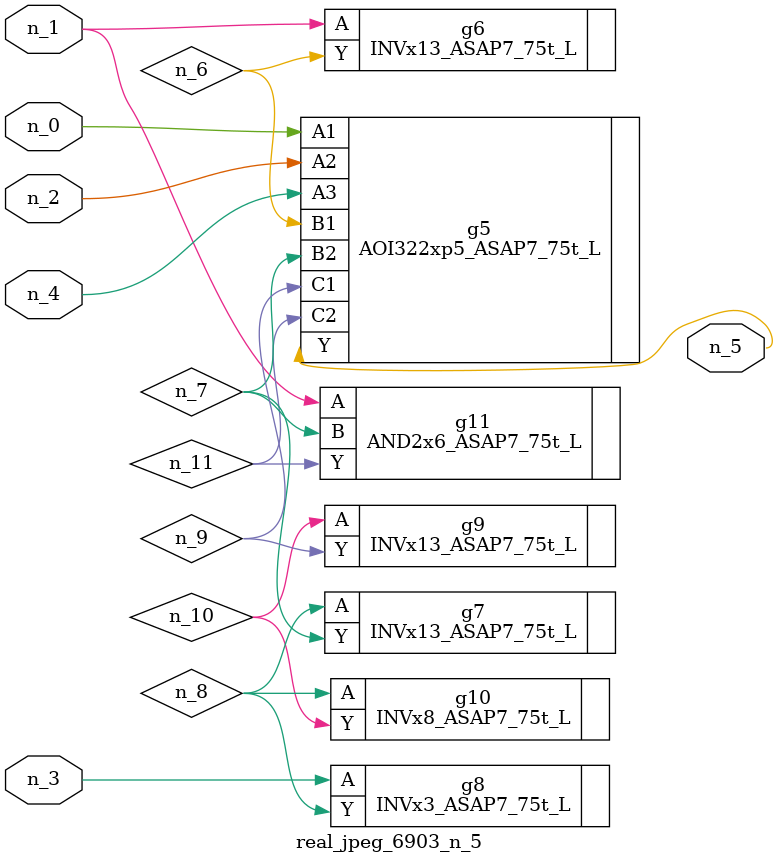
<source format=v>
module real_jpeg_6903_n_5 (n_4, n_0, n_1, n_2, n_3, n_5);

input n_4;
input n_0;
input n_1;
input n_2;
input n_3;

output n_5;

wire n_8;
wire n_11;
wire n_6;
wire n_7;
wire n_10;
wire n_9;

AOI322xp5_ASAP7_75t_L g5 ( 
.A1(n_0),
.A2(n_2),
.A3(n_4),
.B1(n_6),
.B2(n_7),
.C1(n_9),
.C2(n_11),
.Y(n_5)
);

INVx13_ASAP7_75t_L g6 ( 
.A(n_1),
.Y(n_6)
);

AND2x6_ASAP7_75t_L g11 ( 
.A(n_1),
.B(n_7),
.Y(n_11)
);

INVx3_ASAP7_75t_L g8 ( 
.A(n_3),
.Y(n_8)
);

INVx13_ASAP7_75t_L g7 ( 
.A(n_8),
.Y(n_7)
);

INVx8_ASAP7_75t_L g10 ( 
.A(n_8),
.Y(n_10)
);

INVx13_ASAP7_75t_L g9 ( 
.A(n_10),
.Y(n_9)
);


endmodule
</source>
